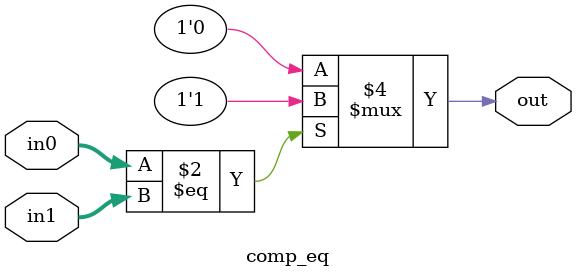
<source format=v>
`timescale 1ns / 1ps

module comp_eq(
        input [7:0] in0,
        input [7:0] in1,
        output reg out
    );
    
    always@(*)
    begin
    if(in0==in1)
        out=1;
    else
        out=0;
    end
    
endmodule

</source>
